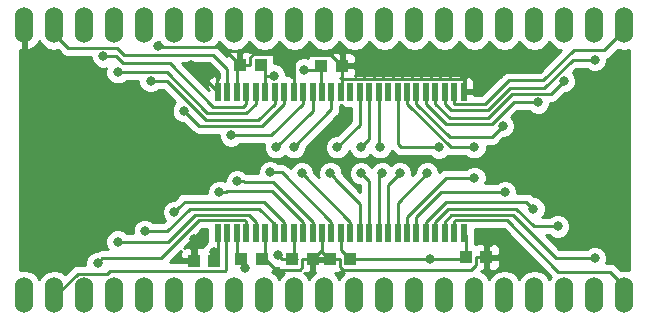
<source format=gtl>
G04 #@! TF.GenerationSoftware,KiCad,Pcbnew,(5.0.2)-1*
G04 #@! TF.CreationDate,2019-01-04T01:39:08+09:00*
G04 #@! TF.ProjectId,sdram,73647261-6d2e-46b6-9963-61645f706362,v1.0*
G04 #@! TF.SameCoordinates,Original*
G04 #@! TF.FileFunction,Copper,L1,Top*
G04 #@! TF.FilePolarity,Positive*
%FSLAX46Y46*%
G04 Gerber Fmt 4.6, Leading zero omitted, Abs format (unit mm)*
G04 Created by KiCad (PCBNEW (5.0.2)-1) date 2019/01/04 1:39:08*
%MOMM*%
%LPD*%
G01*
G04 APERTURE LIST*
G04 #@! TA.AperFunction,ComponentPad*
%ADD10O,1.524000X3.048000*%
G04 #@! TD*
G04 #@! TA.AperFunction,SMDPad,CuDef*
%ADD11R,1.049020X1.079500*%
G04 #@! TD*
G04 #@! TA.AperFunction,SMDPad,CuDef*
%ADD12R,0.550000X1.500000*%
G04 #@! TD*
G04 #@! TA.AperFunction,ViaPad*
%ADD13C,0.800000*%
G04 #@! TD*
G04 #@! TA.AperFunction,Conductor*
%ADD14C,0.250000*%
G04 #@! TD*
G04 #@! TA.AperFunction,Conductor*
%ADD15C,0.254000*%
G04 #@! TD*
G04 APERTURE END LIST*
D10*
G04 #@! TO.P,J1,1*
G04 #@! TO.N,/VDD*
X118110000Y-53340000D03*
G04 #@! TO.P,J1,2*
G04 #@! TO.N,/DQ0*
X120650000Y-53340000D03*
G04 #@! TO.P,J1,3*
G04 #@! TO.N,/DQ1*
X123190000Y-53340000D03*
G04 #@! TO.P,J1,4*
G04 #@! TO.N,/DQ2*
X125730000Y-53340000D03*
G04 #@! TO.P,J1,5*
G04 #@! TO.N,/DQ3*
X128270000Y-53340000D03*
G04 #@! TO.P,J1,6*
G04 #@! TO.N,/DQ4*
X130810000Y-53340000D03*
G04 #@! TO.P,J1,7*
G04 #@! TO.N,/DQ5*
X133350000Y-53340000D03*
G04 #@! TO.P,J1,8*
G04 #@! TO.N,/DQ6*
X135890000Y-53340000D03*
G04 #@! TO.P,J1,9*
G04 #@! TO.N,/DQ7*
X138430000Y-53340000D03*
G04 #@! TO.P,J1,10*
G04 #@! TO.N,/DQML*
X140970000Y-53340000D03*
G04 #@! TO.P,J1,11*
G04 #@! TO.N,/WE*
X143510000Y-53340000D03*
G04 #@! TO.P,J1,12*
G04 #@! TO.N,/CAS*
X146050000Y-53340000D03*
G04 #@! TO.P,J1,13*
G04 #@! TO.N,/RAS*
X148590000Y-53340000D03*
G04 #@! TO.P,J1,14*
G04 #@! TO.N,/CS*
X151130000Y-53340000D03*
G04 #@! TO.P,J1,15*
G04 #@! TO.N,/BA0*
X153670000Y-53340000D03*
G04 #@! TO.P,J1,16*
G04 #@! TO.N,/BA1*
X156210000Y-53340000D03*
G04 #@! TO.P,J1,17*
G04 #@! TO.N,/A10*
X158750000Y-53340000D03*
G04 #@! TO.P,J1,18*
G04 #@! TO.N,/A0*
X161290000Y-53340000D03*
G04 #@! TO.P,J1,19*
G04 #@! TO.N,/A1*
X163830000Y-53340000D03*
G04 #@! TO.P,J1,20*
G04 #@! TO.N,/A2*
X166370000Y-53340000D03*
G04 #@! TO.P,J1,21*
G04 #@! TO.N,/A3*
X168910000Y-53340000D03*
G04 #@! TD*
G04 #@! TO.P,J2,21*
G04 #@! TO.N,GND*
X118110000Y-30480000D03*
G04 #@! TO.P,J2,20*
G04 #@! TO.N,/DQ15*
X120650000Y-30480000D03*
G04 #@! TO.P,J2,19*
G04 #@! TO.N,/DQ14*
X123190000Y-30480000D03*
G04 #@! TO.P,J2,18*
G04 #@! TO.N,/DQ13*
X125730000Y-30480000D03*
G04 #@! TO.P,J2,17*
G04 #@! TO.N,/DQ12*
X128270000Y-30480000D03*
G04 #@! TO.P,J2,16*
G04 #@! TO.N,/DQ11*
X130810000Y-30480000D03*
G04 #@! TO.P,J2,15*
G04 #@! TO.N,/DQ10*
X133350000Y-30480000D03*
G04 #@! TO.P,J2,14*
G04 #@! TO.N,/DQ9*
X135890000Y-30480000D03*
G04 #@! TO.P,J2,13*
G04 #@! TO.N,/DQ8*
X138430000Y-30480000D03*
G04 #@! TO.P,J2,12*
G04 #@! TO.N,N/C*
X140970000Y-30480000D03*
G04 #@! TO.P,J2,11*
G04 #@! TO.N,/DQMH*
X143510000Y-30480000D03*
G04 #@! TO.P,J2,10*
G04 #@! TO.N,/CLK*
X146050000Y-30480000D03*
G04 #@! TO.P,J2,9*
G04 #@! TO.N,/CKE*
X148590000Y-30480000D03*
G04 #@! TO.P,J2,8*
G04 #@! TO.N,N/C*
X151130000Y-30480000D03*
G04 #@! TO.P,J2,7*
G04 #@! TO.N,/A11*
X153670000Y-30480000D03*
G04 #@! TO.P,J2,6*
G04 #@! TO.N,/A9*
X156210000Y-30480000D03*
G04 #@! TO.P,J2,5*
G04 #@! TO.N,/A8*
X158750000Y-30480000D03*
G04 #@! TO.P,J2,4*
G04 #@! TO.N,/A7*
X161290000Y-30480000D03*
G04 #@! TO.P,J2,3*
G04 #@! TO.N,/A6*
X163830000Y-30480000D03*
G04 #@! TO.P,J2,2*
G04 #@! TO.N,/A5*
X166370000Y-30480000D03*
G04 #@! TO.P,J2,1*
G04 #@! TO.N,/A4*
X168910000Y-30480000D03*
G04 #@! TD*
D11*
G04 #@! TO.P,C1,1*
G04 #@! TO.N,/VDD*
X136452240Y-50300000D03*
G04 #@! TO.P,C1,2*
G04 #@! TO.N,GND*
X138199760Y-50300000D03*
G04 #@! TD*
G04 #@! TO.P,C2,2*
G04 #@! TO.N,GND*
X132452480Y-50400000D03*
G04 #@! TO.P,C2,1*
G04 #@! TO.N,/VDD*
X134200000Y-50400000D03*
G04 #@! TD*
G04 #@! TO.P,C3,1*
G04 #@! TO.N,/VDD*
X140752240Y-50300000D03*
G04 #@! TO.P,C3,2*
G04 #@! TO.N,GND*
X142499760Y-50300000D03*
G04 #@! TD*
G04 #@! TO.P,C4,2*
G04 #@! TO.N,GND*
X143950240Y-50300000D03*
G04 #@! TO.P,C4,1*
G04 #@! TO.N,/VDD*
X145697760Y-50300000D03*
G04 #@! TD*
G04 #@! TO.P,C5,1*
G04 #@! TO.N,/VDD*
X155476240Y-50100000D03*
G04 #@! TO.P,C5,2*
G04 #@! TO.N,GND*
X157223760Y-50100000D03*
G04 #@! TD*
G04 #@! TO.P,C6,2*
G04 #@! TO.N,GND*
X144999760Y-33900000D03*
G04 #@! TO.P,C6,1*
G04 #@! TO.N,/VDD*
X143252240Y-33900000D03*
G04 #@! TD*
G04 #@! TO.P,C7,1*
G04 #@! TO.N,/VDD*
X138099760Y-33850000D03*
G04 #@! TO.P,C7,2*
G04 #@! TO.N,GND*
X136352240Y-33850000D03*
G04 #@! TD*
D12*
G04 #@! TO.P,U1,1*
G04 #@! TO.N,/VDD*
X134500000Y-48100000D03*
G04 #@! TO.P,U1,2*
G04 #@! TO.N,/DQ0*
X135300000Y-48100000D03*
G04 #@! TO.P,U1,3*
G04 #@! TO.N,/VDD*
X136100000Y-48100000D03*
G04 #@! TO.P,U1,4*
G04 #@! TO.N,/DQ1*
X136900000Y-48100000D03*
G04 #@! TO.P,U1,5*
G04 #@! TO.N,/DQ2*
X137700000Y-48100000D03*
G04 #@! TO.P,U1,6*
G04 #@! TO.N,GND*
X138500000Y-48100000D03*
G04 #@! TO.P,U1,7*
G04 #@! TO.N,/DQ3*
X139300000Y-48100000D03*
G04 #@! TO.P,U1,8*
G04 #@! TO.N,/DQ4*
X140100000Y-48100000D03*
G04 #@! TO.P,U1,9*
G04 #@! TO.N,/VDD*
X140900000Y-48100000D03*
G04 #@! TO.P,U1,10*
G04 #@! TO.N,/DQ5*
X141700000Y-48100000D03*
G04 #@! TO.P,U1,11*
G04 #@! TO.N,/DQ6*
X142500000Y-48100000D03*
G04 #@! TO.P,U1,12*
G04 #@! TO.N,GND*
X143300000Y-48100000D03*
G04 #@! TO.P,U1,13*
G04 #@! TO.N,/DQ7*
X144100000Y-48100000D03*
G04 #@! TO.P,U1,14*
G04 #@! TO.N,/VDD*
X144900000Y-48100000D03*
G04 #@! TO.P,U1,15*
G04 #@! TO.N,/DQML*
X145700000Y-48100000D03*
G04 #@! TO.P,U1,16*
G04 #@! TO.N,/WE*
X146500000Y-48100000D03*
G04 #@! TO.P,U1,17*
G04 #@! TO.N,/CAS*
X147300000Y-48100000D03*
G04 #@! TO.P,U1,18*
G04 #@! TO.N,/RAS*
X148100000Y-48100000D03*
G04 #@! TO.P,U1,19*
G04 #@! TO.N,/CS*
X148900000Y-48100000D03*
G04 #@! TO.P,U1,20*
G04 #@! TO.N,/BA0*
X149700000Y-48100000D03*
G04 #@! TO.P,U1,21*
G04 #@! TO.N,/BA1*
X150500000Y-48100000D03*
G04 #@! TO.P,U1,22*
G04 #@! TO.N,/A10*
X151300000Y-48100000D03*
G04 #@! TO.P,U1,23*
G04 #@! TO.N,/A0*
X152100000Y-48100000D03*
G04 #@! TO.P,U1,24*
G04 #@! TO.N,/A1*
X152900000Y-48100000D03*
G04 #@! TO.P,U1,25*
G04 #@! TO.N,/A2*
X153700000Y-48100000D03*
G04 #@! TO.P,U1,26*
G04 #@! TO.N,/A3*
X154500000Y-48100000D03*
G04 #@! TO.P,U1,27*
G04 #@! TO.N,/VDD*
X155300000Y-48100000D03*
G04 #@! TO.P,U1,28*
G04 #@! TO.N,GND*
X155300000Y-36100000D03*
G04 #@! TO.P,U1,29*
G04 #@! TO.N,/A4*
X154500000Y-36100000D03*
G04 #@! TO.P,U1,30*
G04 #@! TO.N,/A5*
X153700000Y-36100000D03*
G04 #@! TO.P,U1,31*
G04 #@! TO.N,/A6*
X152900000Y-36100000D03*
G04 #@! TO.P,U1,32*
G04 #@! TO.N,/A7*
X152100000Y-36100000D03*
G04 #@! TO.P,U1,33*
G04 #@! TO.N,/A8*
X151300000Y-36100000D03*
G04 #@! TO.P,U1,34*
G04 #@! TO.N,/A9*
X150500000Y-36100000D03*
G04 #@! TO.P,U1,35*
G04 #@! TO.N,/A11*
X149700000Y-36100000D03*
G04 #@! TO.P,U1,36*
G04 #@! TO.N,N/C*
X148900000Y-36100000D03*
G04 #@! TO.P,U1,37*
G04 #@! TO.N,/CKE*
X148100000Y-36100000D03*
G04 #@! TO.P,U1,38*
G04 #@! TO.N,/CLK*
X147300000Y-36100000D03*
G04 #@! TO.P,U1,39*
G04 #@! TO.N,/DQMH*
X146500000Y-36100000D03*
G04 #@! TO.P,U1,40*
G04 #@! TO.N,N/C*
X145700000Y-36100000D03*
G04 #@! TO.P,U1,41*
G04 #@! TO.N,GND*
X144900000Y-36100000D03*
G04 #@! TO.P,U1,42*
G04 #@! TO.N,/DQ8*
X144100000Y-36100000D03*
G04 #@! TO.P,U1,43*
G04 #@! TO.N,/VDD*
X143300000Y-36100000D03*
G04 #@! TO.P,U1,44*
G04 #@! TO.N,/DQ9*
X142500000Y-36100000D03*
G04 #@! TO.P,U1,45*
G04 #@! TO.N,/DQ10*
X141700000Y-36100000D03*
G04 #@! TO.P,U1,46*
G04 #@! TO.N,GND*
X140900000Y-36100000D03*
G04 #@! TO.P,U1,47*
G04 #@! TO.N,/DQ11*
X140100000Y-36100000D03*
G04 #@! TO.P,U1,48*
G04 #@! TO.N,/DQ12*
X139300000Y-36100000D03*
G04 #@! TO.P,U1,49*
G04 #@! TO.N,/VDD*
X138500000Y-36100000D03*
G04 #@! TO.P,U1,50*
G04 #@! TO.N,/DQ13*
X137700000Y-36100000D03*
G04 #@! TO.P,U1,51*
G04 #@! TO.N,/DQ14*
X136900000Y-36100000D03*
G04 #@! TO.P,U1,52*
G04 #@! TO.N,GND*
X136100000Y-36100000D03*
G04 #@! TO.P,U1,53*
G04 #@! TO.N,/DQ15*
X135300000Y-36100000D03*
G04 #@! TO.P,U1,54*
G04 #@! TO.N,GND*
X134500000Y-36100000D03*
G04 #@! TD*
D13*
G04 #@! TO.N,/VDD*
X141776400Y-34237400D03*
X152437400Y-50288600D03*
X139204700Y-34738100D03*
X136800000Y-51000000D03*
X134200000Y-49650000D03*
X139550000Y-49950000D03*
G04 #@! TO.N,GND*
X157408800Y-34442900D03*
X157480000Y-48940600D03*
X129439500Y-32222700D03*
X132200000Y-33800000D03*
X132450000Y-48550000D03*
X131800000Y-43700000D03*
X126200000Y-39400000D03*
X164190000Y-40040000D03*
X151200000Y-33300000D03*
G04 #@! TO.N,/DQ1*
X124300000Y-50600000D03*
G04 #@! TO.N,/DQ2*
X126000000Y-48800000D03*
G04 #@! TO.N,/DQ3*
X128300000Y-47900000D03*
G04 #@! TO.N,/DQ4*
X130787340Y-46287340D03*
G04 #@! TO.N,/DQ5*
X134600000Y-44600000D03*
G04 #@! TO.N,/DQ6*
X136100000Y-43700000D03*
G04 #@! TO.N,/DQ7*
X138900000Y-42900000D03*
G04 #@! TO.N,/DQML*
X141600000Y-43000000D03*
G04 #@! TO.N,/WE*
X144000000Y-43000000D03*
G04 #@! TO.N,/CAS*
X146600000Y-43000000D03*
G04 #@! TO.N,/RAS*
X148400000Y-43000000D03*
G04 #@! TO.N,/CS*
X149900000Y-43000000D03*
G04 #@! TO.N,/BA0*
X152200000Y-43000000D03*
G04 #@! TO.N,/BA1*
X156200000Y-43400000D03*
G04 #@! TO.N,/A10*
X158800000Y-44600000D03*
G04 #@! TO.N,/A0*
X161200000Y-46000000D03*
G04 #@! TO.N,/A1*
X163250000Y-47500000D03*
G04 #@! TO.N,/A2*
X166400000Y-50200000D03*
G04 #@! TO.N,/DQ14*
X124800000Y-33100000D03*
G04 #@! TO.N,/DQ13*
X126000000Y-34450000D03*
G04 #@! TO.N,/DQ12*
X128800000Y-35200000D03*
G04 #@! TO.N,/DQ11*
X131600000Y-37700000D03*
G04 #@! TO.N,/DQ10*
X135600000Y-39800000D03*
G04 #@! TO.N,/DQ9*
X139400000Y-40800000D03*
G04 #@! TO.N,/DQ8*
X140900000Y-40800000D03*
G04 #@! TO.N,/DQMH*
X144600000Y-40800000D03*
G04 #@! TO.N,/CLK*
X146600000Y-40800000D03*
G04 #@! TO.N,/CKE*
X148200000Y-40800000D03*
G04 #@! TO.N,/A11*
X153187000Y-40812700D03*
G04 #@! TO.N,/A9*
X156200000Y-40800000D03*
G04 #@! TO.N,/A8*
X158600000Y-39000000D03*
G04 #@! TO.N,/A7*
X161600000Y-37000000D03*
G04 #@! TO.N,/A6*
X163800000Y-35200000D03*
G04 #@! TO.N,/A5*
X166400000Y-33400000D03*
G04 #@! TD*
D14*
G04 #@! TO.N,/VDD*
X136452200Y-50300000D02*
X136452000Y-50300000D01*
X140900000Y-48100000D02*
X140900000Y-50023800D01*
X140900000Y-50023800D02*
X141038000Y-50161900D01*
X145698000Y-50300000D02*
X145698000Y-50292400D01*
X145698000Y-50292400D02*
X145697800Y-50292600D01*
X145697800Y-50292600D02*
X145697800Y-50300000D01*
X143252000Y-34237400D02*
X141776400Y-34237400D01*
X143252000Y-34237400D02*
X143252000Y-34574900D01*
X143252000Y-33900000D02*
X143252000Y-34237400D01*
X141038000Y-50161900D02*
X141176000Y-50300000D01*
X152437400Y-50288600D02*
X155287400Y-50288600D01*
X155287400Y-50288600D02*
X155476000Y-50100000D01*
X145698000Y-50288600D02*
X152437400Y-50288600D01*
X145698000Y-50288600D02*
X145698000Y-50284800D01*
X145698000Y-50284800D02*
X144900000Y-49487200D01*
X144900000Y-49487200D02*
X144900000Y-48100000D01*
X145698000Y-50292400D02*
X145698000Y-50288600D01*
X138500000Y-34738100D02*
X138500000Y-36100000D01*
X138300000Y-34050000D02*
X138500000Y-34250000D01*
X138500000Y-34250000D02*
X138500000Y-34738100D01*
X139204700Y-34738100D02*
X138500000Y-34738100D01*
X141038000Y-50161900D02*
X140890300Y-50161900D01*
X140890300Y-50161900D02*
X140752200Y-50300000D01*
X134462000Y-50261900D02*
X134461900Y-50261900D01*
X134461900Y-50261900D02*
X134423800Y-50300000D01*
X134462000Y-50261900D02*
X134424000Y-50300000D01*
X134500000Y-48100000D02*
X134500000Y-50223800D01*
X134500000Y-50223800D02*
X134462000Y-50261900D01*
X136452000Y-50300000D02*
X136100000Y-49947500D01*
X136100000Y-49947500D02*
X136100000Y-48100000D01*
X155476000Y-49525000D02*
X155476200Y-49525200D01*
X155476200Y-49525200D02*
X155476200Y-50100000D01*
X155476000Y-49525000D02*
X155476000Y-48276200D01*
X155476000Y-48276200D02*
X155300000Y-48100000D01*
X155476000Y-50100000D02*
X155476000Y-49525000D01*
X143252000Y-34574900D02*
X143252200Y-34574700D01*
X143252200Y-34574700D02*
X143252200Y-33900000D01*
X143252000Y-34574900D02*
X143252000Y-36052500D01*
X143252000Y-36052500D02*
X143300000Y-36100000D01*
X138300000Y-34050000D02*
X138299800Y-34050000D01*
X138299800Y-34050000D02*
X138099800Y-33850000D01*
X138100000Y-33850000D02*
X138300000Y-34050000D01*
X118110000Y-52578000D02*
X118110000Y-53340000D01*
X136452240Y-50300000D02*
X136452240Y-50652240D01*
X136452240Y-50652240D02*
X136800000Y-51000000D01*
X134423760Y-50300000D02*
X134423760Y-49873760D01*
X134423760Y-49873760D02*
X134200000Y-49650000D01*
X140752240Y-50300000D02*
X139900000Y-50300000D01*
X139900000Y-50300000D02*
X139550000Y-49950000D01*
G04 #@! TO.N,GND*
X138350000Y-50150000D02*
X139368500Y-51168500D01*
X139368500Y-51168500D02*
X141418800Y-51168500D01*
X141418800Y-51168500D02*
X141650000Y-50937300D01*
X141650000Y-50937300D02*
X141650000Y-50300000D01*
X142499800Y-50300000D02*
X141650000Y-50300000D01*
X138350000Y-50150000D02*
X138349800Y-50150000D01*
X138349800Y-50150000D02*
X138199800Y-50300000D01*
X138350000Y-50150000D02*
X138500000Y-50000000D01*
X138500000Y-50000000D02*
X138500000Y-48100000D01*
X145000000Y-35024600D02*
X145000000Y-36000000D01*
X145000000Y-36000000D02*
X144900000Y-36100000D01*
X157223800Y-50100000D02*
X156374000Y-50100000D01*
X143950200Y-50300000D02*
X144800000Y-50300000D01*
X144800000Y-50300000D02*
X144800000Y-50937300D01*
X144800000Y-50937300D02*
X145072800Y-51210100D01*
X145072800Y-51210100D02*
X155901200Y-51210100D01*
X155901200Y-51210100D02*
X156374000Y-50737300D01*
X156374000Y-50737300D02*
X156374000Y-50100000D01*
X143625000Y-49975000D02*
X143625200Y-49975000D01*
X143625200Y-49975000D02*
X143950200Y-50300000D01*
X142500000Y-50292400D02*
X142499800Y-50292600D01*
X142499800Y-50292600D02*
X142499800Y-50300000D01*
X140900000Y-33002500D02*
X140900000Y-35024700D01*
X137202000Y-33850000D02*
X137202000Y-33212600D01*
X137202000Y-33212600D02*
X137471900Y-32942700D01*
X137471900Y-32942700D02*
X140840200Y-32942700D01*
X140840200Y-32942700D02*
X140900000Y-33002500D01*
X145000000Y-33900000D02*
X144102500Y-33002500D01*
X144102500Y-33002500D02*
X140900000Y-33002500D01*
X136352200Y-33850000D02*
X137202000Y-33850000D01*
X136352200Y-33850000D02*
X134831800Y-32329600D01*
X134831800Y-32329600D02*
X129546400Y-32329600D01*
X129546400Y-32329600D02*
X129439500Y-32222700D01*
X140900000Y-36100000D02*
X140900000Y-35024700D01*
X157223800Y-50100000D02*
X157223800Y-49234900D01*
X157223800Y-49234900D02*
X157480000Y-48978700D01*
X157480000Y-48978700D02*
X157480000Y-48940600D01*
X157408800Y-34442900D02*
X155881800Y-34442900D01*
X155881800Y-34442900D02*
X155300000Y-35024700D01*
X136352200Y-33850000D02*
X136352000Y-33850000D01*
X142500000Y-50292400D02*
X142500000Y-50284800D01*
X142500000Y-50284800D02*
X143300000Y-49484800D01*
X142500000Y-50300000D02*
X142500000Y-50292400D01*
X145000000Y-33900000D02*
X145000000Y-34574900D01*
X155300000Y-36100000D02*
X155300000Y-35024700D01*
X145000000Y-34574900D02*
X145000000Y-35024600D01*
X155300000Y-35024700D02*
X145000100Y-35024700D01*
X145000100Y-35024700D02*
X145000000Y-35024600D01*
X138200000Y-50300000D02*
X138350000Y-50150000D01*
X145000000Y-34574900D02*
X144999800Y-34574700D01*
X144999800Y-34574700D02*
X144999800Y-33900000D01*
X136352000Y-33850000D02*
X136100000Y-34102500D01*
X136100000Y-34102500D02*
X136100000Y-36100000D01*
X143625000Y-49975000D02*
X143950000Y-50300000D01*
X143300000Y-49484800D02*
X143300000Y-49650000D01*
X143300000Y-49650000D02*
X143625000Y-49975000D01*
X143300000Y-49100000D02*
X143300000Y-49484800D01*
X143300000Y-48100000D02*
X143300000Y-49100000D01*
X143300000Y-49484800D02*
X143300000Y-49100000D01*
X143300000Y-49100000D02*
X143300000Y-48100000D01*
X118110000Y-31242000D02*
X118110000Y-30480000D01*
X134500000Y-36100000D02*
X132200000Y-33800000D01*
X132676240Y-50300000D02*
X132676240Y-48776240D01*
X132676240Y-48776240D02*
X132450000Y-48550000D01*
X131800000Y-43700000D02*
X130500000Y-43700000D01*
X130500000Y-43700000D02*
X126200000Y-39400000D01*
X157408800Y-34442900D02*
X152342900Y-34442900D01*
X152342900Y-34442900D02*
X151200000Y-33300000D01*
G04 #@! TO.N,/DQ0*
X125086000Y-51491000D02*
X122659000Y-51491000D01*
X122659000Y-51491000D02*
X120810000Y-53340000D01*
X125327000Y-51250000D02*
X125086000Y-51491000D01*
X120810000Y-53340000D02*
X120650000Y-53340000D01*
X131667969Y-51264751D02*
X131653218Y-51250000D01*
X133400738Y-51250000D02*
X133251742Y-51250000D01*
X131653218Y-51250000D02*
X125327000Y-51250000D01*
X133415489Y-51264751D02*
X133400738Y-51250000D01*
X135200000Y-48200000D02*
X135200000Y-51173000D01*
X135300000Y-48100000D02*
X135200000Y-48200000D01*
X135200000Y-51173000D02*
X135123000Y-51250000D01*
X133236991Y-51264751D02*
X131667969Y-51264751D01*
X135123000Y-51250000D02*
X134999262Y-51250000D01*
X134999262Y-51250000D02*
X134984511Y-51264751D01*
X133251742Y-51250000D02*
X133236991Y-51264751D01*
X134984511Y-51264751D02*
X133415489Y-51264751D01*
G04 #@! TO.N,/DQ1*
X124700000Y-50200000D02*
X124300000Y-50600000D01*
X129650000Y-50200000D02*
X124700000Y-50200000D01*
X132850000Y-47000000D02*
X129650000Y-50200000D01*
X136800000Y-47000000D02*
X132850000Y-47000000D01*
X136900000Y-48100000D02*
X136900000Y-47100000D01*
X136900000Y-47100000D02*
X136800000Y-47000000D01*
G04 #@! TO.N,/DQ2*
X130250000Y-48800000D02*
X126000000Y-48800000D01*
X132550000Y-46500000D02*
X130250000Y-48800000D01*
X137100000Y-46500000D02*
X132550000Y-46500000D01*
X137700000Y-48100000D02*
X137700000Y-47100000D01*
X137700000Y-47100000D02*
X137100000Y-46500000D01*
G04 #@! TO.N,/DQ3*
X132100000Y-46000000D02*
X130200000Y-47900000D01*
X138000000Y-46000000D02*
X132100000Y-46000000D01*
X139300000Y-47300000D02*
X138000000Y-46000000D01*
X139300000Y-48100000D02*
X139300000Y-47300000D01*
X130200000Y-47900000D02*
X128300000Y-47900000D01*
G04 #@! TO.N,/DQ4*
X140100000Y-47100000D02*
X138400000Y-45400000D01*
X138400000Y-45400000D02*
X131674680Y-45400000D01*
X131187339Y-45887341D02*
X130787340Y-46287340D01*
X131674680Y-45400000D02*
X131187339Y-45887341D01*
X140100000Y-48100000D02*
X140100000Y-47100000D01*
G04 #@! TO.N,/DQ5*
X141700000Y-48100000D02*
X141700000Y-47100000D01*
X141700000Y-47100000D02*
X139100000Y-44500000D01*
X139100000Y-44500000D02*
X135266000Y-44500000D01*
X135266000Y-44500000D02*
X135166000Y-44600000D01*
X135166000Y-44600000D02*
X134600000Y-44600000D01*
G04 #@! TO.N,/DQ6*
X142500000Y-48100000D02*
X142500000Y-47100000D01*
X142500000Y-47100000D02*
X139125000Y-43725000D01*
X139125000Y-43725000D02*
X136691000Y-43725000D01*
X136691000Y-43725000D02*
X136666000Y-43700000D01*
X136666000Y-43700000D02*
X136100000Y-43700000D01*
G04 #@! TO.N,/DQ7*
X144100000Y-48100000D02*
X144100000Y-47100000D01*
X144100000Y-47100000D02*
X139900000Y-42900000D01*
X139900000Y-42900000D02*
X138900000Y-42900000D01*
G04 #@! TO.N,/DQML*
X145700000Y-48100000D02*
X145700000Y-47100000D01*
X145700000Y-47100000D02*
X141600000Y-43000000D01*
G04 #@! TO.N,/WE*
X146500000Y-48100000D02*
X146500000Y-45600000D01*
X146500000Y-45600000D02*
X144400000Y-43500000D01*
X144400000Y-43500000D02*
X144400000Y-43400000D01*
X144400000Y-43400000D02*
X144000000Y-43000000D01*
G04 #@! TO.N,/CAS*
X147300000Y-48100000D02*
X147300000Y-43700000D01*
X147300000Y-43700000D02*
X146600000Y-43000000D01*
G04 #@! TO.N,/RAS*
X148100000Y-48100000D02*
X148100000Y-43300000D01*
X148100000Y-43300000D02*
X148400000Y-43000000D01*
G04 #@! TO.N,/CS*
X148900000Y-48100000D02*
X148900000Y-44000000D01*
X148900000Y-44000000D02*
X149900000Y-43000000D01*
G04 #@! TO.N,/BA0*
X149700000Y-48100000D02*
X149700000Y-45500000D01*
X149700000Y-45500000D02*
X152200000Y-43000000D01*
G04 #@! TO.N,/BA1*
X150500000Y-48100000D02*
X150500000Y-46700000D01*
X150500000Y-46700000D02*
X153800000Y-43400000D01*
X153800000Y-43400000D02*
X156200000Y-43400000D01*
G04 #@! TO.N,/A10*
X151300000Y-48100000D02*
X151300000Y-46700000D01*
X151300000Y-46700000D02*
X153400000Y-44600000D01*
X153400000Y-44600000D02*
X158800000Y-44600000D01*
G04 #@! TO.N,/A0*
X152100000Y-48100000D02*
X152100000Y-47100000D01*
X152100000Y-47100000D02*
X153800000Y-45400000D01*
X153800000Y-45400000D02*
X160600000Y-45400000D01*
X160600000Y-45400000D02*
X161200000Y-46000000D01*
G04 #@! TO.N,/A1*
X152900000Y-48100000D02*
X152900000Y-47100000D01*
X161250000Y-47500000D02*
X163250000Y-47500000D01*
X159750000Y-46000000D02*
X161250000Y-47500000D01*
X154000000Y-46000000D02*
X159750000Y-46000000D01*
X152900000Y-47100000D02*
X154000000Y-46000000D01*
G04 #@! TO.N,/A2*
X153700000Y-48100000D02*
X153700000Y-47100000D01*
X153700000Y-47100000D02*
X154250000Y-46550000D01*
X154250000Y-46550000D02*
X159441000Y-46550000D01*
X159441000Y-46550000D02*
X163091000Y-50200000D01*
X163091000Y-50200000D02*
X166400000Y-50200000D01*
G04 #@! TO.N,/A3*
X168910000Y-52578000D02*
X167657000Y-51325000D01*
X168910000Y-53340000D02*
X168910000Y-52578000D01*
X154500000Y-47100000D02*
X154500000Y-48100000D01*
X167657000Y-51325000D02*
X163325000Y-51325000D01*
X163325000Y-51325000D02*
X159000000Y-47000000D01*
X159000000Y-47000000D02*
X154600000Y-47000000D01*
X154600000Y-47000000D02*
X154500000Y-47100000D01*
G04 #@! TO.N,/DQ15*
X120650000Y-30480000D02*
X120650000Y-31242000D01*
X120650000Y-31242000D02*
X121783000Y-32375000D01*
X121783000Y-32375000D02*
X125984000Y-32375000D01*
X125984000Y-32375000D02*
X126559000Y-32950000D01*
X126559000Y-32950000D02*
X134050000Y-32950000D01*
X134050000Y-32950000D02*
X135300000Y-34200000D01*
X135300000Y-34200000D02*
X135300000Y-36100000D01*
G04 #@! TO.N,/DQ14*
X125850000Y-33100000D02*
X124800000Y-33100000D01*
X136900000Y-37100000D02*
X136600000Y-37400000D01*
X136600000Y-37400000D02*
X134100000Y-37400000D01*
X134100000Y-37400000D02*
X130400000Y-33700000D01*
X130400000Y-33700000D02*
X126450000Y-33700000D01*
X136900000Y-36100000D02*
X136900000Y-37100000D01*
X126450000Y-33700000D02*
X125850000Y-33100000D01*
G04 #@! TO.N,/DQ13*
X130150000Y-34450000D02*
X126000000Y-34450000D01*
X133597800Y-37897800D02*
X130150000Y-34450000D01*
X136902000Y-37897800D02*
X133597800Y-37897800D01*
X137700000Y-36100000D02*
X137700000Y-37100000D01*
X137700000Y-37100000D02*
X136902000Y-37897800D01*
G04 #@! TO.N,/DQ12*
X139300000Y-36100000D02*
X139300000Y-37100000D01*
X139300000Y-37100000D02*
X137900000Y-38500000D01*
X137900000Y-38500000D02*
X133473000Y-38500000D01*
X133473000Y-38500000D02*
X130173000Y-35200000D01*
X130173000Y-35200000D02*
X128800000Y-35200000D01*
G04 #@! TO.N,/DQ11*
X140100000Y-36100000D02*
X140100000Y-37100000D01*
X140100000Y-37100000D02*
X138200000Y-39000000D01*
X138200000Y-39000000D02*
X132900000Y-39000000D01*
X132900000Y-39000000D02*
X131600000Y-37700000D01*
G04 #@! TO.N,/DQ10*
X141700000Y-36100000D02*
X141700000Y-37100000D01*
X141700000Y-37100000D02*
X139000000Y-39800000D01*
X139000000Y-39800000D02*
X135600000Y-39800000D01*
G04 #@! TO.N,/DQ9*
X142500000Y-36100000D02*
X142500000Y-37700000D01*
X142500000Y-37700000D02*
X139400000Y-40800000D01*
G04 #@! TO.N,/DQ8*
X144100000Y-36100000D02*
X144100000Y-37600000D01*
X144100000Y-37600000D02*
X140900000Y-40800000D01*
G04 #@! TO.N,/DQMH*
X146500000Y-36100000D02*
X146500000Y-38900000D01*
X146500000Y-38900000D02*
X144600000Y-40800000D01*
G04 #@! TO.N,/CLK*
X147300000Y-36100000D02*
X147300000Y-40100000D01*
X147300000Y-40100000D02*
X146600000Y-40800000D01*
G04 #@! TO.N,/CKE*
X148100000Y-36100000D02*
X148100000Y-40700000D01*
X148100000Y-40700000D02*
X148200000Y-40800000D01*
G04 #@! TO.N,/A11*
X149700000Y-36100000D02*
X149700000Y-40500000D01*
X149700000Y-40500000D02*
X150013000Y-40812700D01*
X150013000Y-40812700D02*
X153187000Y-40812700D01*
G04 #@! TO.N,/A9*
X150500000Y-36100000D02*
X150500000Y-37100000D01*
X150500000Y-37100000D02*
X154200000Y-40800000D01*
X154200000Y-40800000D02*
X156200000Y-40800000D01*
G04 #@! TO.N,/A8*
X151300000Y-36100000D02*
X151300000Y-37100000D01*
X151300000Y-37100000D02*
X154100000Y-39900000D01*
X154100000Y-39900000D02*
X157700000Y-39900000D01*
X157700000Y-39900000D02*
X158600000Y-39000000D01*
G04 #@! TO.N,/A7*
X152100000Y-36100000D02*
X152100000Y-37100000D01*
X152100000Y-37100000D02*
X153800000Y-38800000D01*
X153800000Y-38800000D02*
X157727000Y-38800000D01*
X157727000Y-38800000D02*
X159527000Y-37000000D01*
X159527000Y-37000000D02*
X161600000Y-37000000D01*
G04 #@! TO.N,/A6*
X162725000Y-36275000D02*
X163800000Y-35200000D01*
X159425000Y-36275000D02*
X162725000Y-36275000D01*
X157350000Y-38350000D02*
X159425000Y-36275000D01*
X154150000Y-38350000D02*
X157350000Y-38350000D01*
X152900000Y-36100000D02*
X152900000Y-37100000D01*
X152900000Y-37100000D02*
X154150000Y-38350000D01*
G04 #@! TO.N,/A5*
X165834315Y-33400000D02*
X166400000Y-33400000D01*
X164527000Y-33400000D02*
X165834315Y-33400000D01*
X153700000Y-37100000D02*
X154225011Y-37625011D01*
X153700000Y-36100000D02*
X153700000Y-37100000D01*
X154225011Y-37625011D02*
X157374989Y-37625011D01*
X157374989Y-37625011D02*
X159200000Y-35800000D01*
X159200000Y-35800000D02*
X162127000Y-35800000D01*
X162127000Y-35800000D02*
X164527000Y-33400000D01*
G04 #@! TO.N,/A4*
X168910000Y-30890000D02*
X168910000Y-30480000D01*
X167200000Y-32600000D02*
X168910000Y-30890000D01*
X154500000Y-37100000D02*
X154575000Y-37175000D01*
X154500000Y-36100000D02*
X154500000Y-37100000D01*
X154575000Y-37175000D02*
X157075000Y-37175000D01*
X164600000Y-32600000D02*
X167200000Y-32600000D01*
X157075000Y-37175000D02*
X159100000Y-35150000D01*
X159100000Y-35150000D02*
X162050000Y-35150000D01*
X162050000Y-35150000D02*
X164600000Y-32600000D01*
G04 #@! TD*
D15*
G04 #@! TO.N,GND*
G36*
X162691922Y-51766724D02*
X162560001Y-51964159D01*
X162297180Y-51570820D01*
X161835082Y-51262056D01*
X161290000Y-51153632D01*
X160744919Y-51262056D01*
X160282821Y-51570820D01*
X160020001Y-51964159D01*
X159757180Y-51570820D01*
X159295082Y-51262056D01*
X158750000Y-51153632D01*
X158204919Y-51262056D01*
X157742821Y-51570820D01*
X157480001Y-51964159D01*
X157217180Y-51570820D01*
X156774080Y-51274750D01*
X156938010Y-51274750D01*
X157096760Y-51116000D01*
X157096760Y-50227000D01*
X157350760Y-50227000D01*
X157350760Y-51116000D01*
X157509510Y-51274750D01*
X157874579Y-51274750D01*
X158107968Y-51178077D01*
X158286597Y-50999449D01*
X158383270Y-50766060D01*
X158383270Y-50385750D01*
X158224520Y-50227000D01*
X157350760Y-50227000D01*
X157096760Y-50227000D01*
X157076760Y-50227000D01*
X157076760Y-49973000D01*
X157096760Y-49973000D01*
X157096760Y-49084000D01*
X157350760Y-49084000D01*
X157350760Y-49973000D01*
X158224520Y-49973000D01*
X158383270Y-49814250D01*
X158383270Y-49433940D01*
X158286597Y-49200551D01*
X158107968Y-49021923D01*
X157874579Y-48925250D01*
X157509510Y-48925250D01*
X157350760Y-49084000D01*
X157096760Y-49084000D01*
X156938010Y-48925250D01*
X156572941Y-48925250D01*
X156339552Y-49021923D01*
X156338953Y-49022522D01*
X156248515Y-48962093D01*
X156236000Y-48959604D01*
X156236000Y-48351265D01*
X156250888Y-48276639D01*
X156236000Y-48201569D01*
X156236000Y-48201348D01*
X156222440Y-48133177D01*
X156222440Y-47760000D01*
X158685199Y-47760000D01*
X162691922Y-51766724D01*
X162691922Y-51766724D01*
G37*
X162691922Y-51766724D02*
X162560001Y-51964159D01*
X162297180Y-51570820D01*
X161835082Y-51262056D01*
X161290000Y-51153632D01*
X160744919Y-51262056D01*
X160282821Y-51570820D01*
X160020001Y-51964159D01*
X159757180Y-51570820D01*
X159295082Y-51262056D01*
X158750000Y-51153632D01*
X158204919Y-51262056D01*
X157742821Y-51570820D01*
X157480001Y-51964159D01*
X157217180Y-51570820D01*
X156774080Y-51274750D01*
X156938010Y-51274750D01*
X157096760Y-51116000D01*
X157096760Y-50227000D01*
X157350760Y-50227000D01*
X157350760Y-51116000D01*
X157509510Y-51274750D01*
X157874579Y-51274750D01*
X158107968Y-51178077D01*
X158286597Y-50999449D01*
X158383270Y-50766060D01*
X158383270Y-50385750D01*
X158224520Y-50227000D01*
X157350760Y-50227000D01*
X157096760Y-50227000D01*
X157076760Y-50227000D01*
X157076760Y-49973000D01*
X157096760Y-49973000D01*
X157096760Y-49084000D01*
X157350760Y-49084000D01*
X157350760Y-49973000D01*
X158224520Y-49973000D01*
X158383270Y-49814250D01*
X158383270Y-49433940D01*
X158286597Y-49200551D01*
X158107968Y-49021923D01*
X157874579Y-48925250D01*
X157509510Y-48925250D01*
X157350760Y-49084000D01*
X157096760Y-49084000D01*
X156938010Y-48925250D01*
X156572941Y-48925250D01*
X156339552Y-49021923D01*
X156338953Y-49022522D01*
X156248515Y-48962093D01*
X156236000Y-48959604D01*
X156236000Y-48351265D01*
X156250888Y-48276639D01*
X156236000Y-48201569D01*
X156236000Y-48201348D01*
X156222440Y-48133177D01*
X156222440Y-47760000D01*
X158685199Y-47760000D01*
X162691922Y-51766724D01*
G36*
X139603462Y-51015904D02*
X139615818Y-51018362D01*
X139629573Y-51087515D01*
X139769921Y-51297559D01*
X139979965Y-51437907D01*
X140120040Y-51465769D01*
X139962821Y-51570820D01*
X139700001Y-51964159D01*
X139437180Y-51570820D01*
X139109904Y-51352141D01*
X139262597Y-51199449D01*
X139351425Y-50985000D01*
X139557211Y-50985000D01*
X139603462Y-51015904D01*
X139603462Y-51015904D01*
G37*
X139603462Y-51015904D02*
X139615818Y-51018362D01*
X139629573Y-51087515D01*
X139769921Y-51297559D01*
X139979965Y-51437907D01*
X140120040Y-51465769D01*
X139962821Y-51570820D01*
X139700001Y-51964159D01*
X139437180Y-51570820D01*
X139109904Y-51352141D01*
X139262597Y-51199449D01*
X139351425Y-50985000D01*
X139557211Y-50985000D01*
X139603462Y-51015904D01*
G36*
X144925485Y-51437907D02*
X145169191Y-51486383D01*
X145042821Y-51570820D01*
X144780001Y-51964159D01*
X144517180Y-51570820D01*
X144373401Y-51474750D01*
X144601059Y-51474750D01*
X144834448Y-51378077D01*
X144835047Y-51377478D01*
X144925485Y-51437907D01*
X144925485Y-51437907D01*
G37*
X144925485Y-51437907D02*
X145169191Y-51486383D01*
X145042821Y-51570820D01*
X144780001Y-51964159D01*
X144517180Y-51570820D01*
X144373401Y-51474750D01*
X144601059Y-51474750D01*
X144834448Y-51378077D01*
X144835047Y-51377478D01*
X144925485Y-51437907D01*
G36*
X142626760Y-50173000D02*
X143823240Y-50173000D01*
X143823240Y-50153000D01*
X144077240Y-50153000D01*
X144077240Y-50173000D01*
X144097240Y-50173000D01*
X144097240Y-50427000D01*
X144077240Y-50427000D01*
X144077240Y-50447000D01*
X143823240Y-50447000D01*
X143823240Y-50427000D01*
X142626760Y-50427000D01*
X142626760Y-51316000D01*
X142729870Y-51419110D01*
X142502821Y-51570820D01*
X142240001Y-51964159D01*
X141977180Y-51570820D01*
X141808056Y-51457815D01*
X141848941Y-51474750D01*
X142214010Y-51474750D01*
X142372760Y-51316000D01*
X142372760Y-50427000D01*
X142352760Y-50427000D01*
X142352760Y-50173000D01*
X142372760Y-50173000D01*
X142372760Y-50153000D01*
X142626760Y-50153000D01*
X142626760Y-50173000D01*
X142626760Y-50173000D01*
G37*
X142626760Y-50173000D02*
X143823240Y-50173000D01*
X143823240Y-50153000D01*
X144077240Y-50153000D01*
X144077240Y-50173000D01*
X144097240Y-50173000D01*
X144097240Y-50427000D01*
X144077240Y-50427000D01*
X144077240Y-50447000D01*
X143823240Y-50447000D01*
X143823240Y-50427000D01*
X142626760Y-50427000D01*
X142626760Y-51316000D01*
X142729870Y-51419110D01*
X142502821Y-51570820D01*
X142240001Y-51964159D01*
X141977180Y-51570820D01*
X141808056Y-51457815D01*
X141848941Y-51474750D01*
X142214010Y-51474750D01*
X142372760Y-51316000D01*
X142372760Y-50427000D01*
X142352760Y-50427000D01*
X142352760Y-50173000D01*
X142372760Y-50173000D01*
X142372760Y-50153000D01*
X142626760Y-50153000D01*
X142626760Y-50173000D01*
G36*
X118237000Y-30353000D02*
X118257000Y-30353000D01*
X118257000Y-30607000D01*
X118237000Y-30607000D01*
X118237000Y-32473720D01*
X118453070Y-32596220D01*
X118527277Y-32581260D01*
X119008026Y-32319630D01*
X119352059Y-31893941D01*
X119368420Y-31838510D01*
X119642821Y-32249180D01*
X120104919Y-32557944D01*
X120650000Y-32666368D01*
X120941569Y-32608371D01*
X121192670Y-32859472D01*
X121235071Y-32922929D01*
X121486463Y-33090904D01*
X121708148Y-33135000D01*
X121708153Y-33135000D01*
X121783000Y-33149888D01*
X121857847Y-33135000D01*
X123765000Y-33135000D01*
X123765000Y-33305874D01*
X123922569Y-33686280D01*
X124213720Y-33977431D01*
X124594126Y-34135000D01*
X125005874Y-34135000D01*
X125011098Y-34132836D01*
X124965000Y-34244126D01*
X124965000Y-34655874D01*
X125122569Y-35036280D01*
X125413720Y-35327431D01*
X125794126Y-35485000D01*
X126205874Y-35485000D01*
X126586280Y-35327431D01*
X126703711Y-35210000D01*
X127765000Y-35210000D01*
X127765000Y-35405874D01*
X127922569Y-35786280D01*
X128213720Y-36077431D01*
X128594126Y-36235000D01*
X129005874Y-36235000D01*
X129386280Y-36077431D01*
X129503711Y-35960000D01*
X129858199Y-35960000D01*
X130867244Y-36969045D01*
X130722569Y-37113720D01*
X130565000Y-37494126D01*
X130565000Y-37905874D01*
X130722569Y-38286280D01*
X131013720Y-38577431D01*
X131394126Y-38735000D01*
X131560199Y-38735000D01*
X132309671Y-39484473D01*
X132352071Y-39547929D01*
X132603463Y-39715904D01*
X132825148Y-39760000D01*
X132825152Y-39760000D01*
X132900000Y-39774888D01*
X132974848Y-39760000D01*
X134565000Y-39760000D01*
X134565000Y-40005874D01*
X134722569Y-40386280D01*
X135013720Y-40677431D01*
X135394126Y-40835000D01*
X135805874Y-40835000D01*
X136186280Y-40677431D01*
X136303711Y-40560000D01*
X138379135Y-40560000D01*
X138365000Y-40594126D01*
X138365000Y-41005874D01*
X138522569Y-41386280D01*
X138813720Y-41677431D01*
X139194126Y-41835000D01*
X139605874Y-41835000D01*
X139986280Y-41677431D01*
X140150000Y-41513711D01*
X140313720Y-41677431D01*
X140694126Y-41835000D01*
X141105874Y-41835000D01*
X141486280Y-41677431D01*
X141777431Y-41386280D01*
X141935000Y-41005874D01*
X141935000Y-40839801D01*
X144584476Y-38190327D01*
X144647929Y-38147929D01*
X144690327Y-38084476D01*
X144690329Y-38084474D01*
X144815903Y-37896538D01*
X144815904Y-37896537D01*
X144860000Y-37674852D01*
X144860000Y-37674848D01*
X144874888Y-37600001D01*
X144860000Y-37525154D01*
X144860000Y-37267115D01*
X144900000Y-37207251D01*
X144967191Y-37307809D01*
X145091862Y-37391112D01*
X145185750Y-37485000D01*
X145301309Y-37485000D01*
X145321147Y-37476783D01*
X145425000Y-37497440D01*
X145740000Y-37497440D01*
X145740001Y-38585197D01*
X144560199Y-39765000D01*
X144394126Y-39765000D01*
X144013720Y-39922569D01*
X143722569Y-40213720D01*
X143565000Y-40594126D01*
X143565000Y-41005874D01*
X143722569Y-41386280D01*
X144013720Y-41677431D01*
X144394126Y-41835000D01*
X144805874Y-41835000D01*
X145186280Y-41677431D01*
X145477431Y-41386280D01*
X145600000Y-41090372D01*
X145722569Y-41386280D01*
X146013720Y-41677431D01*
X146394126Y-41835000D01*
X146805874Y-41835000D01*
X147186280Y-41677431D01*
X147400000Y-41463711D01*
X147613720Y-41677431D01*
X147994126Y-41835000D01*
X148405874Y-41835000D01*
X148786280Y-41677431D01*
X149077431Y-41386280D01*
X149203380Y-41082212D01*
X149215680Y-41090431D01*
X149422771Y-41297323D01*
X149465071Y-41360629D01*
X149528683Y-41403133D01*
X149528811Y-41403261D01*
X149590160Y-41444211D01*
X149716463Y-41528604D01*
X149716649Y-41528641D01*
X149716806Y-41528746D01*
X149864041Y-41557959D01*
X149938148Y-41572700D01*
X149938335Y-41572700D01*
X150013371Y-41587588D01*
X150088031Y-41572700D01*
X152483289Y-41572700D01*
X152600720Y-41690131D01*
X152981126Y-41847700D01*
X153392874Y-41847700D01*
X153773280Y-41690131D01*
X153940200Y-41523211D01*
X154125148Y-41560000D01*
X154125152Y-41560000D01*
X154199999Y-41574888D01*
X154274846Y-41560000D01*
X155496289Y-41560000D01*
X155613720Y-41677431D01*
X155994126Y-41835000D01*
X156405874Y-41835000D01*
X156786280Y-41677431D01*
X157077431Y-41386280D01*
X157235000Y-41005874D01*
X157235000Y-40660000D01*
X157625153Y-40660000D01*
X157700000Y-40674888D01*
X157774847Y-40660000D01*
X157774852Y-40660000D01*
X157996537Y-40615904D01*
X158247929Y-40447929D01*
X158290331Y-40384470D01*
X158639801Y-40035000D01*
X158805874Y-40035000D01*
X159186280Y-39877431D01*
X159477431Y-39586280D01*
X159635000Y-39205874D01*
X159635000Y-38794126D01*
X159477431Y-38413720D01*
X159332757Y-38269046D01*
X159841803Y-37760000D01*
X160896289Y-37760000D01*
X161013720Y-37877431D01*
X161394126Y-38035000D01*
X161805874Y-38035000D01*
X162186280Y-37877431D01*
X162477431Y-37586280D01*
X162635000Y-37205874D01*
X162635000Y-37035000D01*
X162650153Y-37035000D01*
X162725000Y-37049888D01*
X162799847Y-37035000D01*
X162799852Y-37035000D01*
X163021537Y-36990904D01*
X163272929Y-36822929D01*
X163315331Y-36759470D01*
X163839802Y-36235000D01*
X164005874Y-36235000D01*
X164386280Y-36077431D01*
X164677431Y-35786280D01*
X164835000Y-35405874D01*
X164835000Y-34994126D01*
X164677431Y-34613720D01*
X164532756Y-34469045D01*
X164841802Y-34160000D01*
X165696289Y-34160000D01*
X165813720Y-34277431D01*
X166194126Y-34435000D01*
X166605874Y-34435000D01*
X166986280Y-34277431D01*
X167277431Y-33986280D01*
X167435000Y-33605874D01*
X167435000Y-33328145D01*
X167496537Y-33315904D01*
X167747929Y-33147929D01*
X167790331Y-33084470D01*
X168336108Y-32538693D01*
X168364919Y-32557944D01*
X168910000Y-32666368D01*
X169290001Y-32590781D01*
X169290000Y-51229219D01*
X168910000Y-51153632D01*
X168618430Y-51211629D01*
X168247330Y-50840529D01*
X168204929Y-50777071D01*
X167953537Y-50609096D01*
X167731852Y-50565000D01*
X167731847Y-50565000D01*
X167657000Y-50550112D01*
X167582153Y-50565000D01*
X167369088Y-50565000D01*
X167435000Y-50405874D01*
X167435000Y-49994126D01*
X167277431Y-49613720D01*
X166986280Y-49322569D01*
X166605874Y-49165000D01*
X166194126Y-49165000D01*
X165813720Y-49322569D01*
X165696289Y-49440000D01*
X163405802Y-49440000D01*
X162225802Y-48260000D01*
X162546289Y-48260000D01*
X162663720Y-48377431D01*
X163044126Y-48535000D01*
X163455874Y-48535000D01*
X163836280Y-48377431D01*
X164127431Y-48086280D01*
X164285000Y-47705874D01*
X164285000Y-47294126D01*
X164127431Y-46913720D01*
X163836280Y-46622569D01*
X163455874Y-46465000D01*
X163044126Y-46465000D01*
X162663720Y-46622569D01*
X162546289Y-46740000D01*
X161923711Y-46740000D01*
X162077431Y-46586280D01*
X162235000Y-46205874D01*
X162235000Y-45794126D01*
X162077431Y-45413720D01*
X161786280Y-45122569D01*
X161405874Y-44965000D01*
X161239801Y-44965000D01*
X161190331Y-44915530D01*
X161147929Y-44852071D01*
X160896537Y-44684096D01*
X160674852Y-44640000D01*
X160674847Y-44640000D01*
X160600000Y-44625112D01*
X160525153Y-44640000D01*
X159835000Y-44640000D01*
X159835000Y-44394126D01*
X159677431Y-44013720D01*
X159386280Y-43722569D01*
X159005874Y-43565000D01*
X158594126Y-43565000D01*
X158213720Y-43722569D01*
X158096289Y-43840000D01*
X157138022Y-43840000D01*
X157235000Y-43605874D01*
X157235000Y-43194126D01*
X157077431Y-42813720D01*
X156786280Y-42522569D01*
X156405874Y-42365000D01*
X155994126Y-42365000D01*
X155613720Y-42522569D01*
X155496289Y-42640000D01*
X153874848Y-42640000D01*
X153800000Y-42625112D01*
X153725152Y-42640000D01*
X153725148Y-42640000D01*
X153551605Y-42674520D01*
X153503462Y-42684096D01*
X153442078Y-42725112D01*
X153252071Y-42852071D01*
X153235000Y-42877620D01*
X153235000Y-42794126D01*
X153077431Y-42413720D01*
X152786280Y-42122569D01*
X152405874Y-41965000D01*
X151994126Y-41965000D01*
X151613720Y-42122569D01*
X151322569Y-42413720D01*
X151165000Y-42794126D01*
X151165000Y-42960198D01*
X150935000Y-43190198D01*
X150935000Y-42794126D01*
X150777431Y-42413720D01*
X150486280Y-42122569D01*
X150105874Y-41965000D01*
X149694126Y-41965000D01*
X149313720Y-42122569D01*
X149150000Y-42286289D01*
X148986280Y-42122569D01*
X148605874Y-41965000D01*
X148194126Y-41965000D01*
X147813720Y-42122569D01*
X147522569Y-42413720D01*
X147500000Y-42468206D01*
X147477431Y-42413720D01*
X147186280Y-42122569D01*
X146805874Y-41965000D01*
X146394126Y-41965000D01*
X146013720Y-42122569D01*
X145722569Y-42413720D01*
X145565000Y-42794126D01*
X145565000Y-43205874D01*
X145722569Y-43586280D01*
X146013720Y-43877431D01*
X146394126Y-44035000D01*
X146540001Y-44035000D01*
X146540001Y-44565198D01*
X145125250Y-43150449D01*
X145115904Y-43103464D01*
X145052850Y-43009096D01*
X145035000Y-42982382D01*
X145035000Y-42794126D01*
X144877431Y-42413720D01*
X144586280Y-42122569D01*
X144205874Y-41965000D01*
X143794126Y-41965000D01*
X143413720Y-42122569D01*
X143122569Y-42413720D01*
X142965000Y-42794126D01*
X142965000Y-43205874D01*
X143024626Y-43349825D01*
X142635000Y-42960199D01*
X142635000Y-42794126D01*
X142477431Y-42413720D01*
X142186280Y-42122569D01*
X141805874Y-41965000D01*
X141394126Y-41965000D01*
X141013720Y-42122569D01*
X140722569Y-42413720D01*
X140654018Y-42579217D01*
X140490331Y-42415530D01*
X140447929Y-42352071D01*
X140196537Y-42184096D01*
X139974852Y-42140000D01*
X139974847Y-42140000D01*
X139900000Y-42125112D01*
X139825153Y-42140000D01*
X139603711Y-42140000D01*
X139486280Y-42022569D01*
X139105874Y-41865000D01*
X138694126Y-41865000D01*
X138313720Y-42022569D01*
X138022569Y-42313720D01*
X137865000Y-42694126D01*
X137865000Y-42965000D01*
X136866535Y-42965000D01*
X136819319Y-42955608D01*
X136686280Y-42822569D01*
X136305874Y-42665000D01*
X135894126Y-42665000D01*
X135513720Y-42822569D01*
X135222569Y-43113720D01*
X135065000Y-43494126D01*
X135065000Y-43672333D01*
X134805874Y-43565000D01*
X134394126Y-43565000D01*
X134013720Y-43722569D01*
X133722569Y-44013720D01*
X133565000Y-44394126D01*
X133565000Y-44640000D01*
X131749526Y-44640000D01*
X131674679Y-44625112D01*
X131599832Y-44640000D01*
X131599828Y-44640000D01*
X131378143Y-44684096D01*
X131126751Y-44852071D01*
X131084351Y-44915528D01*
X130747539Y-45252340D01*
X130581466Y-45252340D01*
X130201060Y-45409909D01*
X129909909Y-45701060D01*
X129752340Y-46081466D01*
X129752340Y-46493214D01*
X129909909Y-46873620D01*
X130030744Y-46994455D01*
X129885199Y-47140000D01*
X129003711Y-47140000D01*
X128886280Y-47022569D01*
X128505874Y-46865000D01*
X128094126Y-46865000D01*
X127713720Y-47022569D01*
X127422569Y-47313720D01*
X127265000Y-47694126D01*
X127265000Y-48040000D01*
X126703711Y-48040000D01*
X126586280Y-47922569D01*
X126205874Y-47765000D01*
X125794126Y-47765000D01*
X125413720Y-47922569D01*
X125122569Y-48213720D01*
X124965000Y-48594126D01*
X124965000Y-49005874D01*
X125122569Y-49386280D01*
X125176289Y-49440000D01*
X124774846Y-49440000D01*
X124699999Y-49425112D01*
X124625152Y-49440000D01*
X124625148Y-49440000D01*
X124403463Y-49484096D01*
X124282382Y-49565000D01*
X124094126Y-49565000D01*
X123713720Y-49722569D01*
X123422569Y-50013720D01*
X123265000Y-50394126D01*
X123265000Y-50731000D01*
X122733847Y-50731000D01*
X122659000Y-50716112D01*
X122584153Y-50731000D01*
X122584148Y-50731000D01*
X122362463Y-50775096D01*
X122111071Y-50943071D01*
X122068671Y-51006527D01*
X121565582Y-51509616D01*
X121195082Y-51262056D01*
X120650000Y-51153632D01*
X120104919Y-51262056D01*
X119642821Y-51570820D01*
X119380001Y-51964159D01*
X119117180Y-51570820D01*
X118655082Y-51262056D01*
X118110000Y-51153632D01*
X117710000Y-51233197D01*
X117710000Y-32584743D01*
X117766930Y-32596220D01*
X117983000Y-32473720D01*
X117983000Y-30607000D01*
X117963000Y-30607000D01*
X117963000Y-30353000D01*
X117983000Y-30353000D01*
X117983000Y-30333000D01*
X118237000Y-30333000D01*
X118237000Y-30353000D01*
X118237000Y-30353000D01*
G37*
X118237000Y-30353000D02*
X118257000Y-30353000D01*
X118257000Y-30607000D01*
X118237000Y-30607000D01*
X118237000Y-32473720D01*
X118453070Y-32596220D01*
X118527277Y-32581260D01*
X119008026Y-32319630D01*
X119352059Y-31893941D01*
X119368420Y-31838510D01*
X119642821Y-32249180D01*
X120104919Y-32557944D01*
X120650000Y-32666368D01*
X120941569Y-32608371D01*
X121192670Y-32859472D01*
X121235071Y-32922929D01*
X121486463Y-33090904D01*
X121708148Y-33135000D01*
X121708153Y-33135000D01*
X121783000Y-33149888D01*
X121857847Y-33135000D01*
X123765000Y-33135000D01*
X123765000Y-33305874D01*
X123922569Y-33686280D01*
X124213720Y-33977431D01*
X124594126Y-34135000D01*
X125005874Y-34135000D01*
X125011098Y-34132836D01*
X124965000Y-34244126D01*
X124965000Y-34655874D01*
X125122569Y-35036280D01*
X125413720Y-35327431D01*
X125794126Y-35485000D01*
X126205874Y-35485000D01*
X126586280Y-35327431D01*
X126703711Y-35210000D01*
X127765000Y-35210000D01*
X127765000Y-35405874D01*
X127922569Y-35786280D01*
X128213720Y-36077431D01*
X128594126Y-36235000D01*
X129005874Y-36235000D01*
X129386280Y-36077431D01*
X129503711Y-35960000D01*
X129858199Y-35960000D01*
X130867244Y-36969045D01*
X130722569Y-37113720D01*
X130565000Y-37494126D01*
X130565000Y-37905874D01*
X130722569Y-38286280D01*
X131013720Y-38577431D01*
X131394126Y-38735000D01*
X131560199Y-38735000D01*
X132309671Y-39484473D01*
X132352071Y-39547929D01*
X132603463Y-39715904D01*
X132825148Y-39760000D01*
X132825152Y-39760000D01*
X132900000Y-39774888D01*
X132974848Y-39760000D01*
X134565000Y-39760000D01*
X134565000Y-40005874D01*
X134722569Y-40386280D01*
X135013720Y-40677431D01*
X135394126Y-40835000D01*
X135805874Y-40835000D01*
X136186280Y-40677431D01*
X136303711Y-40560000D01*
X138379135Y-40560000D01*
X138365000Y-40594126D01*
X138365000Y-41005874D01*
X138522569Y-41386280D01*
X138813720Y-41677431D01*
X139194126Y-41835000D01*
X139605874Y-41835000D01*
X139986280Y-41677431D01*
X140150000Y-41513711D01*
X140313720Y-41677431D01*
X140694126Y-41835000D01*
X141105874Y-41835000D01*
X141486280Y-41677431D01*
X141777431Y-41386280D01*
X141935000Y-41005874D01*
X141935000Y-40839801D01*
X144584476Y-38190327D01*
X144647929Y-38147929D01*
X144690327Y-38084476D01*
X144690329Y-38084474D01*
X144815903Y-37896538D01*
X144815904Y-37896537D01*
X144860000Y-37674852D01*
X144860000Y-37674848D01*
X144874888Y-37600001D01*
X144860000Y-37525154D01*
X144860000Y-37267115D01*
X144900000Y-37207251D01*
X144967191Y-37307809D01*
X145091862Y-37391112D01*
X145185750Y-37485000D01*
X145301309Y-37485000D01*
X145321147Y-37476783D01*
X145425000Y-37497440D01*
X145740000Y-37497440D01*
X145740001Y-38585197D01*
X144560199Y-39765000D01*
X144394126Y-39765000D01*
X144013720Y-39922569D01*
X143722569Y-40213720D01*
X143565000Y-40594126D01*
X143565000Y-41005874D01*
X143722569Y-41386280D01*
X144013720Y-41677431D01*
X144394126Y-41835000D01*
X144805874Y-41835000D01*
X145186280Y-41677431D01*
X145477431Y-41386280D01*
X145600000Y-41090372D01*
X145722569Y-41386280D01*
X146013720Y-41677431D01*
X146394126Y-41835000D01*
X146805874Y-41835000D01*
X147186280Y-41677431D01*
X147400000Y-41463711D01*
X147613720Y-41677431D01*
X147994126Y-41835000D01*
X148405874Y-41835000D01*
X148786280Y-41677431D01*
X149077431Y-41386280D01*
X149203380Y-41082212D01*
X149215680Y-41090431D01*
X149422771Y-41297323D01*
X149465071Y-41360629D01*
X149528683Y-41403133D01*
X149528811Y-41403261D01*
X149590160Y-41444211D01*
X149716463Y-41528604D01*
X149716649Y-41528641D01*
X149716806Y-41528746D01*
X149864041Y-41557959D01*
X149938148Y-41572700D01*
X149938335Y-41572700D01*
X150013371Y-41587588D01*
X150088031Y-41572700D01*
X152483289Y-41572700D01*
X152600720Y-41690131D01*
X152981126Y-41847700D01*
X153392874Y-41847700D01*
X153773280Y-41690131D01*
X153940200Y-41523211D01*
X154125148Y-41560000D01*
X154125152Y-41560000D01*
X154199999Y-41574888D01*
X154274846Y-41560000D01*
X155496289Y-41560000D01*
X155613720Y-41677431D01*
X155994126Y-41835000D01*
X156405874Y-41835000D01*
X156786280Y-41677431D01*
X157077431Y-41386280D01*
X157235000Y-41005874D01*
X157235000Y-40660000D01*
X157625153Y-40660000D01*
X157700000Y-40674888D01*
X157774847Y-40660000D01*
X157774852Y-40660000D01*
X157996537Y-40615904D01*
X158247929Y-40447929D01*
X158290331Y-40384470D01*
X158639801Y-40035000D01*
X158805874Y-40035000D01*
X159186280Y-39877431D01*
X159477431Y-39586280D01*
X159635000Y-39205874D01*
X159635000Y-38794126D01*
X159477431Y-38413720D01*
X159332757Y-38269046D01*
X159841803Y-37760000D01*
X160896289Y-37760000D01*
X161013720Y-37877431D01*
X161394126Y-38035000D01*
X161805874Y-38035000D01*
X162186280Y-37877431D01*
X162477431Y-37586280D01*
X162635000Y-37205874D01*
X162635000Y-37035000D01*
X162650153Y-37035000D01*
X162725000Y-37049888D01*
X162799847Y-37035000D01*
X162799852Y-37035000D01*
X163021537Y-36990904D01*
X163272929Y-36822929D01*
X163315331Y-36759470D01*
X163839802Y-36235000D01*
X164005874Y-36235000D01*
X164386280Y-36077431D01*
X164677431Y-35786280D01*
X164835000Y-35405874D01*
X164835000Y-34994126D01*
X164677431Y-34613720D01*
X164532756Y-34469045D01*
X164841802Y-34160000D01*
X165696289Y-34160000D01*
X165813720Y-34277431D01*
X166194126Y-34435000D01*
X166605874Y-34435000D01*
X166986280Y-34277431D01*
X167277431Y-33986280D01*
X167435000Y-33605874D01*
X167435000Y-33328145D01*
X167496537Y-33315904D01*
X167747929Y-33147929D01*
X167790331Y-33084470D01*
X168336108Y-32538693D01*
X168364919Y-32557944D01*
X168910000Y-32666368D01*
X169290001Y-32590781D01*
X169290000Y-51229219D01*
X168910000Y-51153632D01*
X168618430Y-51211629D01*
X168247330Y-50840529D01*
X168204929Y-50777071D01*
X167953537Y-50609096D01*
X167731852Y-50565000D01*
X167731847Y-50565000D01*
X167657000Y-50550112D01*
X167582153Y-50565000D01*
X167369088Y-50565000D01*
X167435000Y-50405874D01*
X167435000Y-49994126D01*
X167277431Y-49613720D01*
X166986280Y-49322569D01*
X166605874Y-49165000D01*
X166194126Y-49165000D01*
X165813720Y-49322569D01*
X165696289Y-49440000D01*
X163405802Y-49440000D01*
X162225802Y-48260000D01*
X162546289Y-48260000D01*
X162663720Y-48377431D01*
X163044126Y-48535000D01*
X163455874Y-48535000D01*
X163836280Y-48377431D01*
X164127431Y-48086280D01*
X164285000Y-47705874D01*
X164285000Y-47294126D01*
X164127431Y-46913720D01*
X163836280Y-46622569D01*
X163455874Y-46465000D01*
X163044126Y-46465000D01*
X162663720Y-46622569D01*
X162546289Y-46740000D01*
X161923711Y-46740000D01*
X162077431Y-46586280D01*
X162235000Y-46205874D01*
X162235000Y-45794126D01*
X162077431Y-45413720D01*
X161786280Y-45122569D01*
X161405874Y-44965000D01*
X161239801Y-44965000D01*
X161190331Y-44915530D01*
X161147929Y-44852071D01*
X160896537Y-44684096D01*
X160674852Y-44640000D01*
X160674847Y-44640000D01*
X160600000Y-44625112D01*
X160525153Y-44640000D01*
X159835000Y-44640000D01*
X159835000Y-44394126D01*
X159677431Y-44013720D01*
X159386280Y-43722569D01*
X159005874Y-43565000D01*
X158594126Y-43565000D01*
X158213720Y-43722569D01*
X158096289Y-43840000D01*
X157138022Y-43840000D01*
X157235000Y-43605874D01*
X157235000Y-43194126D01*
X157077431Y-42813720D01*
X156786280Y-42522569D01*
X156405874Y-42365000D01*
X155994126Y-42365000D01*
X155613720Y-42522569D01*
X155496289Y-42640000D01*
X153874848Y-42640000D01*
X153800000Y-42625112D01*
X153725152Y-42640000D01*
X153725148Y-42640000D01*
X153551605Y-42674520D01*
X153503462Y-42684096D01*
X153442078Y-42725112D01*
X153252071Y-42852071D01*
X153235000Y-42877620D01*
X153235000Y-42794126D01*
X153077431Y-42413720D01*
X152786280Y-42122569D01*
X152405874Y-41965000D01*
X151994126Y-41965000D01*
X151613720Y-42122569D01*
X151322569Y-42413720D01*
X151165000Y-42794126D01*
X151165000Y-42960198D01*
X150935000Y-43190198D01*
X150935000Y-42794126D01*
X150777431Y-42413720D01*
X150486280Y-42122569D01*
X150105874Y-41965000D01*
X149694126Y-41965000D01*
X149313720Y-42122569D01*
X149150000Y-42286289D01*
X148986280Y-42122569D01*
X148605874Y-41965000D01*
X148194126Y-41965000D01*
X147813720Y-42122569D01*
X147522569Y-42413720D01*
X147500000Y-42468206D01*
X147477431Y-42413720D01*
X147186280Y-42122569D01*
X146805874Y-41965000D01*
X146394126Y-41965000D01*
X146013720Y-42122569D01*
X145722569Y-42413720D01*
X145565000Y-42794126D01*
X145565000Y-43205874D01*
X145722569Y-43586280D01*
X146013720Y-43877431D01*
X146394126Y-44035000D01*
X146540001Y-44035000D01*
X146540001Y-44565198D01*
X145125250Y-43150449D01*
X145115904Y-43103464D01*
X145052850Y-43009096D01*
X145035000Y-42982382D01*
X145035000Y-42794126D01*
X144877431Y-42413720D01*
X144586280Y-42122569D01*
X144205874Y-41965000D01*
X143794126Y-41965000D01*
X143413720Y-42122569D01*
X143122569Y-42413720D01*
X142965000Y-42794126D01*
X142965000Y-43205874D01*
X143024626Y-43349825D01*
X142635000Y-42960199D01*
X142635000Y-42794126D01*
X142477431Y-42413720D01*
X142186280Y-42122569D01*
X141805874Y-41965000D01*
X141394126Y-41965000D01*
X141013720Y-42122569D01*
X140722569Y-42413720D01*
X140654018Y-42579217D01*
X140490331Y-42415530D01*
X140447929Y-42352071D01*
X140196537Y-42184096D01*
X139974852Y-42140000D01*
X139974847Y-42140000D01*
X139900000Y-42125112D01*
X139825153Y-42140000D01*
X139603711Y-42140000D01*
X139486280Y-42022569D01*
X139105874Y-41865000D01*
X138694126Y-41865000D01*
X138313720Y-42022569D01*
X138022569Y-42313720D01*
X137865000Y-42694126D01*
X137865000Y-42965000D01*
X136866535Y-42965000D01*
X136819319Y-42955608D01*
X136686280Y-42822569D01*
X136305874Y-42665000D01*
X135894126Y-42665000D01*
X135513720Y-42822569D01*
X135222569Y-43113720D01*
X135065000Y-43494126D01*
X135065000Y-43672333D01*
X134805874Y-43565000D01*
X134394126Y-43565000D01*
X134013720Y-43722569D01*
X133722569Y-44013720D01*
X133565000Y-44394126D01*
X133565000Y-44640000D01*
X131749526Y-44640000D01*
X131674679Y-44625112D01*
X131599832Y-44640000D01*
X131599828Y-44640000D01*
X131378143Y-44684096D01*
X131126751Y-44852071D01*
X131084351Y-44915528D01*
X130747539Y-45252340D01*
X130581466Y-45252340D01*
X130201060Y-45409909D01*
X129909909Y-45701060D01*
X129752340Y-46081466D01*
X129752340Y-46493214D01*
X129909909Y-46873620D01*
X130030744Y-46994455D01*
X129885199Y-47140000D01*
X129003711Y-47140000D01*
X128886280Y-47022569D01*
X128505874Y-46865000D01*
X128094126Y-46865000D01*
X127713720Y-47022569D01*
X127422569Y-47313720D01*
X127265000Y-47694126D01*
X127265000Y-48040000D01*
X126703711Y-48040000D01*
X126586280Y-47922569D01*
X126205874Y-47765000D01*
X125794126Y-47765000D01*
X125413720Y-47922569D01*
X125122569Y-48213720D01*
X124965000Y-48594126D01*
X124965000Y-49005874D01*
X125122569Y-49386280D01*
X125176289Y-49440000D01*
X124774846Y-49440000D01*
X124699999Y-49425112D01*
X124625152Y-49440000D01*
X124625148Y-49440000D01*
X124403463Y-49484096D01*
X124282382Y-49565000D01*
X124094126Y-49565000D01*
X123713720Y-49722569D01*
X123422569Y-50013720D01*
X123265000Y-50394126D01*
X123265000Y-50731000D01*
X122733847Y-50731000D01*
X122659000Y-50716112D01*
X122584153Y-50731000D01*
X122584148Y-50731000D01*
X122362463Y-50775096D01*
X122111071Y-50943071D01*
X122068671Y-51006527D01*
X121565582Y-51509616D01*
X121195082Y-51262056D01*
X120650000Y-51153632D01*
X120104919Y-51262056D01*
X119642821Y-51570820D01*
X119380001Y-51964159D01*
X119117180Y-51570820D01*
X118655082Y-51262056D01*
X118110000Y-51153632D01*
X117710000Y-51233197D01*
X117710000Y-32584743D01*
X117766930Y-32596220D01*
X117983000Y-32473720D01*
X117983000Y-30607000D01*
X117963000Y-30607000D01*
X117963000Y-30353000D01*
X117983000Y-30353000D01*
X117983000Y-30333000D01*
X118237000Y-30333000D01*
X118237000Y-30353000D01*
G36*
X133577560Y-48808729D02*
X133322569Y-49063720D01*
X133233348Y-49279118D01*
X133103299Y-49225250D01*
X132738230Y-49225250D01*
X132579480Y-49384000D01*
X132579480Y-50273000D01*
X132599480Y-50273000D01*
X132599480Y-50504751D01*
X131802228Y-50504751D01*
X131728070Y-50490000D01*
X131728065Y-50490000D01*
X131653218Y-50475112D01*
X131578371Y-50490000D01*
X130434801Y-50490000D01*
X131365172Y-49559630D01*
X131292970Y-49733940D01*
X131292970Y-50114250D01*
X131451720Y-50273000D01*
X132325480Y-50273000D01*
X132325480Y-49384000D01*
X132166730Y-49225250D01*
X131801661Y-49225250D01*
X131627350Y-49297452D01*
X133164803Y-47760000D01*
X133577560Y-47760000D01*
X133577560Y-48808729D01*
X133577560Y-48808729D01*
G37*
X133577560Y-48808729D02*
X133322569Y-49063720D01*
X133233348Y-49279118D01*
X133103299Y-49225250D01*
X132738230Y-49225250D01*
X132579480Y-49384000D01*
X132579480Y-50273000D01*
X132599480Y-50273000D01*
X132599480Y-50504751D01*
X131802228Y-50504751D01*
X131728070Y-50490000D01*
X131728065Y-50490000D01*
X131653218Y-50475112D01*
X131578371Y-50490000D01*
X130434801Y-50490000D01*
X131365172Y-49559630D01*
X131292970Y-49733940D01*
X131292970Y-50114250D01*
X131451720Y-50273000D01*
X132325480Y-50273000D01*
X132325480Y-49384000D01*
X132166730Y-49225250D01*
X131801661Y-49225250D01*
X131627350Y-49297452D01*
X133164803Y-47760000D01*
X133577560Y-47760000D01*
X133577560Y-48808729D01*
G36*
X138326760Y-50173000D02*
X138346760Y-50173000D01*
X138346760Y-50427000D01*
X138326760Y-50427000D01*
X138326760Y-50447000D01*
X138072760Y-50447000D01*
X138072760Y-50427000D01*
X138052760Y-50427000D01*
X138052760Y-50173000D01*
X138072760Y-50173000D01*
X138072760Y-50153000D01*
X138326760Y-50153000D01*
X138326760Y-50173000D01*
X138326760Y-50173000D01*
G37*
X138326760Y-50173000D02*
X138346760Y-50173000D01*
X138346760Y-50427000D01*
X138326760Y-50427000D01*
X138326760Y-50447000D01*
X138072760Y-50447000D01*
X138072760Y-50427000D01*
X138052760Y-50427000D01*
X138052760Y-50173000D01*
X138072760Y-50173000D01*
X138072760Y-50153000D01*
X138326760Y-50153000D01*
X138326760Y-50173000D01*
G36*
X162822821Y-32249180D02*
X163284919Y-32557944D01*
X163520412Y-32604787D01*
X161735199Y-34390000D01*
X159174846Y-34390000D01*
X159099999Y-34375112D01*
X159025152Y-34390000D01*
X159025148Y-34390000D01*
X158803463Y-34434096D01*
X158779661Y-34450000D01*
X158615526Y-34559671D01*
X158615524Y-34559673D01*
X158552071Y-34602071D01*
X158509673Y-34665524D01*
X156760199Y-36415000D01*
X156210000Y-36415000D01*
X156210000Y-36385750D01*
X156051250Y-36227000D01*
X155427000Y-36227000D01*
X155427000Y-36247000D01*
X155422440Y-36247000D01*
X155422440Y-35350000D01*
X155373157Y-35102235D01*
X155232809Y-34892191D01*
X155205211Y-34873750D01*
X155427000Y-34873750D01*
X155427000Y-35973000D01*
X156051250Y-35973000D01*
X156210000Y-35814250D01*
X156210000Y-35223690D01*
X156113327Y-34990301D01*
X155934698Y-34811673D01*
X155701309Y-34715000D01*
X155585750Y-34715000D01*
X155427000Y-34873750D01*
X155205211Y-34873750D01*
X155108138Y-34808888D01*
X155014250Y-34715000D01*
X154898691Y-34715000D01*
X154878853Y-34723217D01*
X154775000Y-34702560D01*
X154225000Y-34702560D01*
X154100000Y-34727424D01*
X153975000Y-34702560D01*
X153425000Y-34702560D01*
X153300000Y-34727424D01*
X153175000Y-34702560D01*
X152625000Y-34702560D01*
X152500000Y-34727424D01*
X152375000Y-34702560D01*
X151825000Y-34702560D01*
X151700000Y-34727424D01*
X151575000Y-34702560D01*
X151025000Y-34702560D01*
X150900000Y-34727424D01*
X150775000Y-34702560D01*
X150225000Y-34702560D01*
X150100000Y-34727424D01*
X149975000Y-34702560D01*
X149425000Y-34702560D01*
X149300000Y-34727424D01*
X149175000Y-34702560D01*
X148625000Y-34702560D01*
X148500000Y-34727424D01*
X148375000Y-34702560D01*
X147825000Y-34702560D01*
X147700000Y-34727424D01*
X147575000Y-34702560D01*
X147025000Y-34702560D01*
X146900000Y-34727424D01*
X146775000Y-34702560D01*
X146225000Y-34702560D01*
X146100000Y-34727424D01*
X146093007Y-34726033D01*
X146159270Y-34566060D01*
X146159270Y-34185750D01*
X146000520Y-34027000D01*
X145126760Y-34027000D01*
X145126760Y-34047000D01*
X144872760Y-34047000D01*
X144872760Y-34027000D01*
X144852760Y-34027000D01*
X144852760Y-33773000D01*
X144872760Y-33773000D01*
X144872760Y-32884000D01*
X145126760Y-32884000D01*
X145126760Y-33773000D01*
X146000520Y-33773000D01*
X146159270Y-33614250D01*
X146159270Y-33233940D01*
X146062597Y-33000551D01*
X145883968Y-32821923D01*
X145650579Y-32725250D01*
X145285510Y-32725250D01*
X145126760Y-32884000D01*
X144872760Y-32884000D01*
X144714010Y-32725250D01*
X144348941Y-32725250D01*
X144115552Y-32821923D01*
X144114953Y-32822522D01*
X144024515Y-32762093D01*
X143776750Y-32712810D01*
X142727730Y-32712810D01*
X142479965Y-32762093D01*
X142269921Y-32902441D01*
X142129573Y-33112485D01*
X142101837Y-33251925D01*
X141982274Y-33202400D01*
X141570526Y-33202400D01*
X141190120Y-33359969D01*
X140898969Y-33651120D01*
X140741400Y-34031526D01*
X140741400Y-34443274D01*
X140853952Y-34715000D01*
X140772998Y-34715000D01*
X140772998Y-34852226D01*
X140708138Y-34808888D01*
X140614250Y-34715000D01*
X140498691Y-34715000D01*
X140478853Y-34723217D01*
X140375000Y-34702560D01*
X140239700Y-34702560D01*
X140239700Y-34532226D01*
X140082131Y-34151820D01*
X139790980Y-33860669D01*
X139410574Y-33703100D01*
X139271710Y-33703100D01*
X139271710Y-33310250D01*
X139222427Y-33062485D01*
X139082079Y-32852441D01*
X138872035Y-32712093D01*
X138624270Y-32662810D01*
X138447887Y-32662810D01*
X138975082Y-32557944D01*
X139437180Y-32249180D01*
X139700001Y-31855841D01*
X139962821Y-32249180D01*
X140424919Y-32557944D01*
X140970000Y-32666368D01*
X141515082Y-32557944D01*
X141977180Y-32249180D01*
X142240001Y-31855841D01*
X142502821Y-32249180D01*
X142964919Y-32557944D01*
X143510000Y-32666368D01*
X144055082Y-32557944D01*
X144517180Y-32249180D01*
X144780001Y-31855841D01*
X145042821Y-32249180D01*
X145504919Y-32557944D01*
X146050000Y-32666368D01*
X146595082Y-32557944D01*
X147057180Y-32249180D01*
X147320001Y-31855841D01*
X147582821Y-32249180D01*
X148044919Y-32557944D01*
X148590000Y-32666368D01*
X149135082Y-32557944D01*
X149597180Y-32249180D01*
X149860001Y-31855841D01*
X150122821Y-32249180D01*
X150584919Y-32557944D01*
X151130000Y-32666368D01*
X151675082Y-32557944D01*
X152137180Y-32249180D01*
X152400001Y-31855841D01*
X152662821Y-32249180D01*
X153124919Y-32557944D01*
X153670000Y-32666368D01*
X154215082Y-32557944D01*
X154677180Y-32249180D01*
X154940001Y-31855841D01*
X155202821Y-32249180D01*
X155664919Y-32557944D01*
X156210000Y-32666368D01*
X156755082Y-32557944D01*
X157217180Y-32249180D01*
X157480001Y-31855841D01*
X157742821Y-32249180D01*
X158204919Y-32557944D01*
X158750000Y-32666368D01*
X159295082Y-32557944D01*
X159757180Y-32249180D01*
X160020001Y-31855841D01*
X160282821Y-32249180D01*
X160744919Y-32557944D01*
X161290000Y-32666368D01*
X161835082Y-32557944D01*
X162297180Y-32249180D01*
X162560001Y-31855841D01*
X162822821Y-32249180D01*
X162822821Y-32249180D01*
G37*
X162822821Y-32249180D02*
X163284919Y-32557944D01*
X163520412Y-32604787D01*
X161735199Y-34390000D01*
X159174846Y-34390000D01*
X159099999Y-34375112D01*
X159025152Y-34390000D01*
X159025148Y-34390000D01*
X158803463Y-34434096D01*
X158779661Y-34450000D01*
X158615526Y-34559671D01*
X158615524Y-34559673D01*
X158552071Y-34602071D01*
X158509673Y-34665524D01*
X156760199Y-36415000D01*
X156210000Y-36415000D01*
X156210000Y-36385750D01*
X156051250Y-36227000D01*
X155427000Y-36227000D01*
X155427000Y-36247000D01*
X155422440Y-36247000D01*
X155422440Y-35350000D01*
X155373157Y-35102235D01*
X155232809Y-34892191D01*
X155205211Y-34873750D01*
X155427000Y-34873750D01*
X155427000Y-35973000D01*
X156051250Y-35973000D01*
X156210000Y-35814250D01*
X156210000Y-35223690D01*
X156113327Y-34990301D01*
X155934698Y-34811673D01*
X155701309Y-34715000D01*
X155585750Y-34715000D01*
X155427000Y-34873750D01*
X155205211Y-34873750D01*
X155108138Y-34808888D01*
X155014250Y-34715000D01*
X154898691Y-34715000D01*
X154878853Y-34723217D01*
X154775000Y-34702560D01*
X154225000Y-34702560D01*
X154100000Y-34727424D01*
X153975000Y-34702560D01*
X153425000Y-34702560D01*
X153300000Y-34727424D01*
X153175000Y-34702560D01*
X152625000Y-34702560D01*
X152500000Y-34727424D01*
X152375000Y-34702560D01*
X151825000Y-34702560D01*
X151700000Y-34727424D01*
X151575000Y-34702560D01*
X151025000Y-34702560D01*
X150900000Y-34727424D01*
X150775000Y-34702560D01*
X150225000Y-34702560D01*
X150100000Y-34727424D01*
X149975000Y-34702560D01*
X149425000Y-34702560D01*
X149300000Y-34727424D01*
X149175000Y-34702560D01*
X148625000Y-34702560D01*
X148500000Y-34727424D01*
X148375000Y-34702560D01*
X147825000Y-34702560D01*
X147700000Y-34727424D01*
X147575000Y-34702560D01*
X147025000Y-34702560D01*
X146900000Y-34727424D01*
X146775000Y-34702560D01*
X146225000Y-34702560D01*
X146100000Y-34727424D01*
X146093007Y-34726033D01*
X146159270Y-34566060D01*
X146159270Y-34185750D01*
X146000520Y-34027000D01*
X145126760Y-34027000D01*
X145126760Y-34047000D01*
X144872760Y-34047000D01*
X144872760Y-34027000D01*
X144852760Y-34027000D01*
X144852760Y-33773000D01*
X144872760Y-33773000D01*
X144872760Y-32884000D01*
X145126760Y-32884000D01*
X145126760Y-33773000D01*
X146000520Y-33773000D01*
X146159270Y-33614250D01*
X146159270Y-33233940D01*
X146062597Y-33000551D01*
X145883968Y-32821923D01*
X145650579Y-32725250D01*
X145285510Y-32725250D01*
X145126760Y-32884000D01*
X144872760Y-32884000D01*
X144714010Y-32725250D01*
X144348941Y-32725250D01*
X144115552Y-32821923D01*
X144114953Y-32822522D01*
X144024515Y-32762093D01*
X143776750Y-32712810D01*
X142727730Y-32712810D01*
X142479965Y-32762093D01*
X142269921Y-32902441D01*
X142129573Y-33112485D01*
X142101837Y-33251925D01*
X141982274Y-33202400D01*
X141570526Y-33202400D01*
X141190120Y-33359969D01*
X140898969Y-33651120D01*
X140741400Y-34031526D01*
X140741400Y-34443274D01*
X140853952Y-34715000D01*
X140772998Y-34715000D01*
X140772998Y-34852226D01*
X140708138Y-34808888D01*
X140614250Y-34715000D01*
X140498691Y-34715000D01*
X140478853Y-34723217D01*
X140375000Y-34702560D01*
X140239700Y-34702560D01*
X140239700Y-34532226D01*
X140082131Y-34151820D01*
X139790980Y-33860669D01*
X139410574Y-33703100D01*
X139271710Y-33703100D01*
X139271710Y-33310250D01*
X139222427Y-33062485D01*
X139082079Y-32852441D01*
X138872035Y-32712093D01*
X138624270Y-32662810D01*
X138447887Y-32662810D01*
X138975082Y-32557944D01*
X139437180Y-32249180D01*
X139700001Y-31855841D01*
X139962821Y-32249180D01*
X140424919Y-32557944D01*
X140970000Y-32666368D01*
X141515082Y-32557944D01*
X141977180Y-32249180D01*
X142240001Y-31855841D01*
X142502821Y-32249180D01*
X142964919Y-32557944D01*
X143510000Y-32666368D01*
X144055082Y-32557944D01*
X144517180Y-32249180D01*
X144780001Y-31855841D01*
X145042821Y-32249180D01*
X145504919Y-32557944D01*
X146050000Y-32666368D01*
X146595082Y-32557944D01*
X147057180Y-32249180D01*
X147320001Y-31855841D01*
X147582821Y-32249180D01*
X148044919Y-32557944D01*
X148590000Y-32666368D01*
X149135082Y-32557944D01*
X149597180Y-32249180D01*
X149860001Y-31855841D01*
X150122821Y-32249180D01*
X150584919Y-32557944D01*
X151130000Y-32666368D01*
X151675082Y-32557944D01*
X152137180Y-32249180D01*
X152400001Y-31855841D01*
X152662821Y-32249180D01*
X153124919Y-32557944D01*
X153670000Y-32666368D01*
X154215082Y-32557944D01*
X154677180Y-32249180D01*
X154940001Y-31855841D01*
X155202821Y-32249180D01*
X155664919Y-32557944D01*
X156210000Y-32666368D01*
X156755082Y-32557944D01*
X157217180Y-32249180D01*
X157480001Y-31855841D01*
X157742821Y-32249180D01*
X158204919Y-32557944D01*
X158750000Y-32666368D01*
X159295082Y-32557944D01*
X159757180Y-32249180D01*
X160020001Y-31855841D01*
X160282821Y-32249180D01*
X160744919Y-32557944D01*
X161290000Y-32666368D01*
X161835082Y-32557944D01*
X162297180Y-32249180D01*
X162560001Y-31855841D01*
X162822821Y-32249180D01*
G36*
X134540000Y-34514802D02*
X134540000Y-34932884D01*
X134426843Y-35102235D01*
X134377560Y-35350000D01*
X134377560Y-36247000D01*
X134373000Y-36247000D01*
X134373000Y-36227000D01*
X134353000Y-36227000D01*
X134353000Y-35973000D01*
X134373000Y-35973000D01*
X134373000Y-34873750D01*
X134214250Y-34715000D01*
X134098691Y-34715000D01*
X133865302Y-34811673D01*
X133686673Y-34990301D01*
X133590000Y-35223690D01*
X133590000Y-35814250D01*
X133748748Y-35972998D01*
X133747800Y-35972998D01*
X131484801Y-33710000D01*
X133735199Y-33710000D01*
X134540000Y-34514802D01*
X134540000Y-34514802D01*
G37*
X134540000Y-34514802D02*
X134540000Y-34932884D01*
X134426843Y-35102235D01*
X134377560Y-35350000D01*
X134377560Y-36247000D01*
X134373000Y-36247000D01*
X134373000Y-36227000D01*
X134353000Y-36227000D01*
X134353000Y-35973000D01*
X134373000Y-35973000D01*
X134373000Y-34873750D01*
X134214250Y-34715000D01*
X134098691Y-34715000D01*
X133865302Y-34811673D01*
X133686673Y-34990301D01*
X133590000Y-35223690D01*
X133590000Y-35814250D01*
X133748748Y-35972998D01*
X133747800Y-35972998D01*
X131484801Y-33710000D01*
X133735199Y-33710000D01*
X134540000Y-34514802D01*
G36*
X144872758Y-34951978D02*
X144858348Y-34930412D01*
X144872758Y-34916002D01*
X144872758Y-34951978D01*
X144872758Y-34951978D01*
G37*
X144872758Y-34951978D02*
X144858348Y-34930412D01*
X144872758Y-34916002D01*
X144872758Y-34951978D01*
G36*
X137422821Y-32249180D02*
X137884919Y-32557944D01*
X138412113Y-32662810D01*
X137575250Y-32662810D01*
X137327485Y-32712093D01*
X137237047Y-32772522D01*
X137236448Y-32771923D01*
X137003059Y-32675250D01*
X136637990Y-32675250D01*
X136479240Y-32834000D01*
X136479240Y-33723000D01*
X136499240Y-33723000D01*
X136499240Y-33977000D01*
X136479240Y-33977000D01*
X136479240Y-33997000D01*
X136225240Y-33997000D01*
X136225240Y-33977000D01*
X136205240Y-33977000D01*
X136205240Y-33723000D01*
X136225240Y-33723000D01*
X136225240Y-32834000D01*
X136066490Y-32675250D01*
X135701421Y-32675250D01*
X135468032Y-32771923D01*
X135289403Y-32950551D01*
X135241354Y-33066552D01*
X134640331Y-32465530D01*
X134597929Y-32402071D01*
X134360863Y-32243668D01*
X134620001Y-31855841D01*
X134882821Y-32249180D01*
X135344919Y-32557944D01*
X135890000Y-32666368D01*
X136435082Y-32557944D01*
X136897180Y-32249180D01*
X137160001Y-31855841D01*
X137422821Y-32249180D01*
X137422821Y-32249180D01*
G37*
X137422821Y-32249180D02*
X137884919Y-32557944D01*
X138412113Y-32662810D01*
X137575250Y-32662810D01*
X137327485Y-32712093D01*
X137237047Y-32772522D01*
X137236448Y-32771923D01*
X137003059Y-32675250D01*
X136637990Y-32675250D01*
X136479240Y-32834000D01*
X136479240Y-33723000D01*
X136499240Y-33723000D01*
X136499240Y-33977000D01*
X136479240Y-33977000D01*
X136479240Y-33997000D01*
X136225240Y-33997000D01*
X136225240Y-33977000D01*
X136205240Y-33977000D01*
X136205240Y-33723000D01*
X136225240Y-33723000D01*
X136225240Y-32834000D01*
X136066490Y-32675250D01*
X135701421Y-32675250D01*
X135468032Y-32771923D01*
X135289403Y-32950551D01*
X135241354Y-33066552D01*
X134640331Y-32465530D01*
X134597929Y-32402071D01*
X134360863Y-32243668D01*
X134620001Y-31855841D01*
X134882821Y-32249180D01*
X135344919Y-32557944D01*
X135890000Y-32666368D01*
X136435082Y-32557944D01*
X136897180Y-32249180D01*
X137160001Y-31855841D01*
X137422821Y-32249180D01*
G36*
X129763278Y-32190000D02*
X129316723Y-32190000D01*
X129540001Y-31855841D01*
X129763278Y-32190000D01*
X129763278Y-32190000D01*
G37*
X129763278Y-32190000D02*
X129316723Y-32190000D01*
X129540001Y-31855841D01*
X129763278Y-32190000D01*
G04 #@! TD*
M02*

</source>
